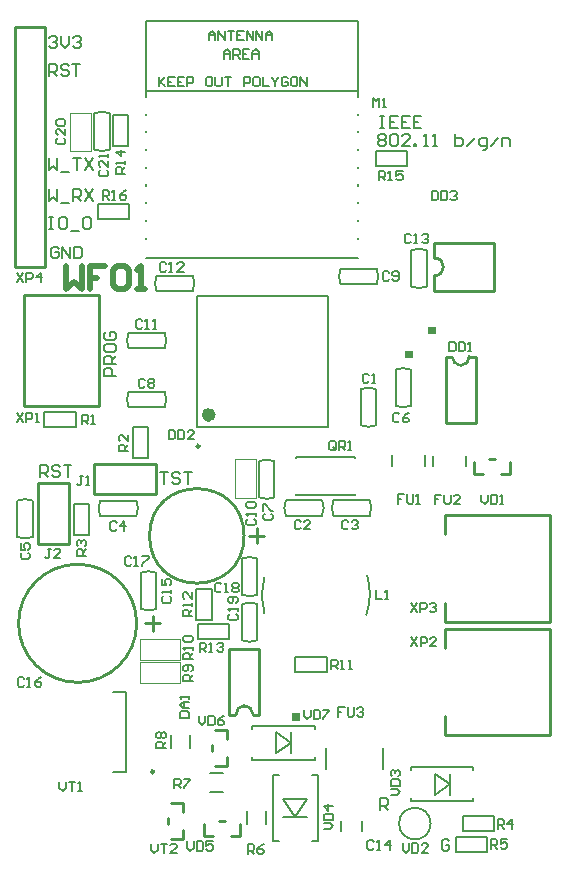
<source format=gto>
G04 Layer_Color=65535*
%FSLAX24Y24*%
%MOIN*%
G70*
G01*
G75*
%ADD10C,0.0079*%
%ADD37C,0.0236*%
%ADD39C,0.0197*%
%ADD43C,0.0098*%
%ADD56C,0.0070*%
%ADD57C,0.0100*%
%ADD58C,0.0071*%
%ADD59C,0.0039*%
%ADD60C,0.0050*%
%ADD61C,0.0067*%
G36*
X38673Y19953D02*
X38423D01*
Y20203D01*
X38673D01*
Y19953D01*
D02*
G37*
G36*
X42433Y32041D02*
X42183D01*
Y32291D01*
X42433D01*
Y32041D01*
D02*
G37*
G36*
X43205Y32833D02*
X42955D01*
Y33083D01*
X43205D01*
Y32833D01*
D02*
G37*
D10*
X43030Y16524D02*
G03*
X43030Y16524I-526J0D01*
G01*
X43110Y28435D02*
Y28789D01*
X44213Y28435D02*
Y28789D01*
X41752Y28445D02*
Y28799D01*
X42854Y28445D02*
Y28799D01*
X38533Y28701D02*
Y28740D01*
X40502D01*
Y28701D02*
Y28740D01*
X38533Y27480D02*
Y27520D01*
Y27480D02*
X40502D01*
Y27520D01*
X35236Y29754D02*
Y34124D01*
X39606Y29754D02*
Y34124D01*
X35236D02*
X39606D01*
X35236Y29754D02*
X39606D01*
X37077Y19783D02*
X39163D01*
X37077Y18642D02*
X39163D01*
Y19675D02*
Y19783D01*
Y18642D02*
Y18750D01*
X37077Y19675D02*
Y19783D01*
Y18642D02*
Y18750D01*
X34380Y19035D02*
Y19468D01*
X35010Y19035D02*
Y19468D01*
X35689Y17569D02*
X36122D01*
X35689Y18199D02*
X36122D01*
X39085Y15935D02*
X39272D01*
X37776D02*
X37963D01*
X39085Y18140D02*
X39272D01*
X37776D02*
X37963D01*
X39272Y15935D02*
Y18140D01*
X37776Y15935D02*
Y18140D01*
X37539Y16496D02*
Y16929D01*
X36909Y16496D02*
Y16929D01*
X32431Y20896D02*
X32864D01*
X32431Y18258D02*
X32864D01*
Y20896D01*
X39528Y18337D02*
Y19045D01*
X41457Y18337D02*
Y19045D01*
X42372Y18405D02*
X44459D01*
X42372Y17264D02*
X44459D01*
Y18297D02*
Y18405D01*
Y17264D02*
Y17372D01*
X42372Y18297D02*
Y18405D01*
Y17264D02*
Y17372D01*
X33536Y40931D02*
Y43264D01*
X40622D01*
Y40941D02*
Y43264D01*
Y40754D02*
Y40941D01*
X33536Y36020D02*
Y36059D01*
Y36611D02*
Y36650D01*
Y37201D02*
Y37241D01*
Y37792D02*
Y37831D01*
Y38382D02*
Y38422D01*
Y38973D02*
Y39012D01*
Y39563D02*
Y39603D01*
Y40154D02*
Y40193D01*
X40622Y36020D02*
Y36059D01*
Y36611D02*
Y36650D01*
Y37201D02*
Y37241D01*
Y37792D02*
Y37831D01*
Y38382D02*
Y38422D01*
Y38973D02*
Y39012D01*
Y39563D02*
Y39603D01*
Y40154D02*
Y40193D01*
X33536Y35390D02*
X40622D01*
X33536Y40941D02*
X40622D01*
X33536Y40744D02*
Y40941D01*
X40978Y31473D02*
X40925Y31525D01*
X40820D01*
X40768Y31473D01*
Y31263D01*
X40820Y31211D01*
X40925D01*
X40978Y31263D01*
X41083Y31211D02*
X41188D01*
X41135D01*
Y31525D01*
X41083Y31473D01*
X38704Y26591D02*
X38652Y26644D01*
X38547D01*
X38494Y26591D01*
Y26381D01*
X38547Y26329D01*
X38652D01*
X38704Y26381D01*
X39019Y26329D02*
X38809D01*
X39019Y26539D01*
Y26591D01*
X38966Y26644D01*
X38861D01*
X38809Y26591D01*
X40289D02*
X40236Y26644D01*
X40131D01*
X40079Y26591D01*
Y26381D01*
X40131Y26329D01*
X40236D01*
X40289Y26381D01*
X40394Y26591D02*
X40446Y26644D01*
X40551D01*
X40604Y26591D01*
Y26539D01*
X40551Y26486D01*
X40499D01*
X40551D01*
X40604Y26434D01*
Y26381D01*
X40551Y26329D01*
X40446D01*
X40394Y26381D01*
X32562Y26542D02*
X32510Y26594D01*
X32405D01*
X32352Y26542D01*
Y26332D01*
X32405Y26280D01*
X32510D01*
X32562Y26332D01*
X32825Y26280D02*
Y26594D01*
X32667Y26437D01*
X32877D01*
X29413Y25554D02*
X29360Y25502D01*
Y25397D01*
X29413Y25344D01*
X29623D01*
X29675Y25397D01*
Y25502D01*
X29623Y25554D01*
X29360Y25869D02*
Y25659D01*
X29518D01*
X29465Y25764D01*
Y25817D01*
X29518Y25869D01*
X29623D01*
X29675Y25817D01*
Y25712D01*
X29623Y25659D01*
X41991Y30164D02*
X41939Y30216D01*
X41834D01*
X41782Y30164D01*
Y29954D01*
X41834Y29902D01*
X41939D01*
X41991Y29954D01*
X42306Y30216D02*
X42201Y30164D01*
X42096Y30059D01*
Y29954D01*
X42149Y29902D01*
X42254D01*
X42306Y29954D01*
Y30007D01*
X42254Y30059D01*
X42096D01*
X37503Y26854D02*
X37451Y26801D01*
Y26696D01*
X37503Y26644D01*
X37713D01*
X37766Y26696D01*
Y26801D01*
X37713Y26854D01*
X37451Y26959D02*
Y27168D01*
X37503D01*
X37713Y26959D01*
X37766D01*
X33507Y31306D02*
X33455Y31358D01*
X33350D01*
X33297Y31306D01*
Y31096D01*
X33350Y31043D01*
X33455D01*
X33507Y31096D01*
X33612Y31306D02*
X33665Y31358D01*
X33770D01*
X33822Y31306D01*
Y31253D01*
X33770Y31201D01*
X33822Y31148D01*
Y31096D01*
X33770Y31043D01*
X33665D01*
X33612Y31096D01*
Y31148D01*
X33665Y31201D01*
X33612Y31253D01*
Y31306D01*
X33665Y31201D02*
X33770D01*
X41647Y34879D02*
X41594Y34931D01*
X41489D01*
X41437Y34879D01*
Y34669D01*
X41489Y34616D01*
X41594D01*
X41647Y34669D01*
X41752D02*
X41804Y34616D01*
X41909D01*
X41962Y34669D01*
Y34879D01*
X41909Y34931D01*
X41804D01*
X41752Y34879D01*
Y34826D01*
X41804Y34774D01*
X41962D01*
X36932Y26676D02*
X36880Y26624D01*
Y26519D01*
X36932Y26467D01*
X37142D01*
X37195Y26519D01*
Y26624D01*
X37142Y26676D01*
X37195Y26781D02*
Y26886D01*
Y26834D01*
X36880D01*
X36932Y26781D01*
Y27044D02*
X36880Y27096D01*
Y27201D01*
X36932Y27254D01*
X37142D01*
X37195Y27201D01*
Y27096D01*
X37142Y27044D01*
X36932D01*
X33419Y33284D02*
X33366Y33337D01*
X33261D01*
X33209Y33284D01*
Y33074D01*
X33261Y33022D01*
X33366D01*
X33419Y33074D01*
X33524Y33022D02*
X33628D01*
X33576D01*
Y33337D01*
X33524Y33284D01*
X33786Y33022D02*
X33891D01*
X33838D01*
Y33337D01*
X33786Y33284D01*
X34216Y35184D02*
X34163Y35236D01*
X34058D01*
X34006Y35184D01*
Y34974D01*
X34058Y34921D01*
X34163D01*
X34216Y34974D01*
X34321Y34921D02*
X34426D01*
X34373D01*
Y35236D01*
X34321Y35184D01*
X34793Y34921D02*
X34583D01*
X34793Y35131D01*
Y35184D01*
X34741Y35236D01*
X34636D01*
X34583Y35184D01*
X42375Y36129D02*
X42323Y36181D01*
X42218D01*
X42165Y36129D01*
Y35919D01*
X42218Y35866D01*
X42323D01*
X42375Y35919D01*
X42480Y35866D02*
X42585D01*
X42533D01*
Y36181D01*
X42480Y36129D01*
X42743D02*
X42795Y36181D01*
X42900D01*
X42952Y36129D01*
Y36076D01*
X42900Y36024D01*
X42848D01*
X42900D01*
X42952Y35971D01*
Y35919D01*
X42900Y35866D01*
X42795D01*
X42743Y35919D01*
X41135Y15912D02*
X41083Y15964D01*
X40978D01*
X40925Y15912D01*
Y15702D01*
X40978Y15650D01*
X41083D01*
X41135Y15702D01*
X41240Y15650D02*
X41345D01*
X41293D01*
Y15964D01*
X41240Y15912D01*
X41660Y15650D02*
Y15964D01*
X41502Y15807D01*
X41712D01*
X34118Y24098D02*
X34065Y24045D01*
Y23940D01*
X34118Y23888D01*
X34327D01*
X34380Y23940D01*
Y24045D01*
X34327Y24098D01*
X34380Y24203D02*
Y24308D01*
Y24255D01*
X34065D01*
X34118Y24203D01*
X34065Y24675D02*
Y24465D01*
X34222D01*
X34170Y24570D01*
Y24622D01*
X34222Y24675D01*
X34327D01*
X34380Y24622D01*
Y24518D01*
X34327Y24465D01*
X29482Y21355D02*
X29429Y21407D01*
X29324D01*
X29272Y21355D01*
Y21145D01*
X29324Y21093D01*
X29429D01*
X29482Y21145D01*
X29587Y21093D02*
X29691D01*
X29639D01*
Y21407D01*
X29587Y21355D01*
X30059Y21407D02*
X29954Y21355D01*
X29849Y21250D01*
Y21145D01*
X29901Y21093D01*
X30006D01*
X30059Y21145D01*
Y21197D01*
X30006Y21250D01*
X29849D01*
X33054Y25380D02*
X33002Y25433D01*
X32897D01*
X32844Y25380D01*
Y25171D01*
X32897Y25118D01*
X33002D01*
X33054Y25171D01*
X33159Y25118D02*
X33264D01*
X33212D01*
Y25433D01*
X33159Y25380D01*
X33422Y25433D02*
X33632D01*
Y25380D01*
X33422Y25171D01*
Y25118D01*
X36056Y24495D02*
X36004Y24547D01*
X35899D01*
X35846Y24495D01*
Y24285D01*
X35899Y24232D01*
X36004D01*
X36056Y24285D01*
X36161Y24232D02*
X36266D01*
X36214D01*
Y24547D01*
X36161Y24495D01*
X36424D02*
X36476Y24547D01*
X36581D01*
X36634Y24495D01*
Y24442D01*
X36581Y24390D01*
X36634Y24337D01*
Y24285D01*
X36581Y24232D01*
X36476D01*
X36424Y24285D01*
Y24337D01*
X36476Y24390D01*
X36424Y24442D01*
Y24495D01*
X36476Y24390D02*
X36581D01*
X36342Y23507D02*
X36289Y23455D01*
Y23350D01*
X36342Y23297D01*
X36552D01*
X36604Y23350D01*
Y23455D01*
X36552Y23507D01*
X36604Y23612D02*
Y23717D01*
Y23665D01*
X36289D01*
X36342Y23612D01*
X36552Y23874D02*
X36604Y23927D01*
Y24032D01*
X36552Y24084D01*
X36342D01*
X36289Y24032D01*
Y23927D01*
X36342Y23874D01*
X36394D01*
X36447Y23927D01*
Y24084D01*
X30594Y39373D02*
X30541Y39321D01*
Y39216D01*
X30594Y39163D01*
X30804D01*
X30856Y39216D01*
Y39321D01*
X30804Y39373D01*
X30856Y39688D02*
Y39478D01*
X30646Y39688D01*
X30594D01*
X30541Y39636D01*
Y39531D01*
X30594Y39478D01*
Y39793D02*
X30541Y39846D01*
Y39951D01*
X30594Y40003D01*
X30804D01*
X30856Y39951D01*
Y39846D01*
X30804Y39793D01*
X30594D01*
X32021Y38310D02*
X31969Y38258D01*
Y38153D01*
X32021Y38100D01*
X32231D01*
X32283Y38153D01*
Y38258D01*
X32231Y38310D01*
X32283Y38625D02*
Y38415D01*
X32074Y38625D01*
X32021D01*
X31969Y38573D01*
Y38468D01*
X32021Y38415D01*
X32283Y38730D02*
Y38835D01*
Y38783D01*
X31969D01*
X32021Y38730D01*
X34663Y20058D02*
X34978D01*
Y20215D01*
X34926Y20268D01*
X34716D01*
X34663Y20215D01*
Y20058D01*
X34978Y20373D02*
X34768D01*
X34663Y20478D01*
X34768Y20583D01*
X34978D01*
X34821D01*
Y20373D01*
X34978Y20687D02*
Y20792D01*
Y20740D01*
X34663D01*
X34716Y20687D01*
X34301Y29646D02*
Y29331D01*
X34459D01*
X34511Y29383D01*
Y29593D01*
X34459Y29646D01*
X34301D01*
X34616D02*
Y29331D01*
X34773D01*
X34826Y29383D01*
Y29593D01*
X34773Y29646D01*
X34616D01*
X35141Y29331D02*
X34931D01*
X35141Y29541D01*
Y29593D01*
X35088Y29646D01*
X34983D01*
X34931Y29593D01*
X43060Y37613D02*
Y37298D01*
X43217D01*
X43270Y37350D01*
Y37560D01*
X43217Y37613D01*
X43060D01*
X43375D02*
Y37298D01*
X43532D01*
X43584Y37350D01*
Y37560D01*
X43532Y37613D01*
X43375D01*
X43689Y37560D02*
X43742Y37613D01*
X43847D01*
X43899Y37560D01*
Y37508D01*
X43847Y37455D01*
X43794D01*
X43847D01*
X43899Y37403D01*
Y37350D01*
X43847Y37298D01*
X43742D01*
X43689Y37350D01*
X42139Y27500D02*
X41929D01*
Y27342D01*
X42034D01*
X41929D01*
Y27185D01*
X42244Y27500D02*
Y27238D01*
X42296Y27185D01*
X42401D01*
X42454Y27238D01*
Y27500D01*
X42559Y27185D02*
X42664D01*
X42611D01*
Y27500D01*
X42559Y27447D01*
X43379Y27490D02*
X43169D01*
Y27333D01*
X43274D01*
X43169D01*
Y27175D01*
X43484Y27490D02*
Y27228D01*
X43537Y27175D01*
X43642D01*
X43694Y27228D01*
Y27490D01*
X44009Y27175D02*
X43799D01*
X44009Y27385D01*
Y27438D01*
X43956Y27490D01*
X43851D01*
X43799Y27438D01*
X40161Y20403D02*
X39951D01*
Y20246D01*
X40056D01*
X39951D01*
Y20089D01*
X40266Y20403D02*
Y20141D01*
X40318Y20089D01*
X40423D01*
X40476Y20141D01*
Y20403D01*
X40581Y20351D02*
X40633Y20403D01*
X40738D01*
X40790Y20351D01*
Y20298D01*
X40738Y20246D01*
X40685D01*
X40738D01*
X40790Y20194D01*
Y20141D01*
X40738Y20089D01*
X40633D01*
X40581Y20141D01*
X31440Y28120D02*
X31335D01*
X31388D01*
Y27858D01*
X31335Y27805D01*
X31283D01*
X31230Y27858D01*
X31545Y27805D02*
X31650D01*
X31598D01*
Y28120D01*
X31545Y28068D01*
X30377Y25679D02*
X30272D01*
X30325D01*
Y25417D01*
X30272Y25364D01*
X30220D01*
X30167Y25417D01*
X30692Y25364D02*
X30482D01*
X30692Y25574D01*
Y25627D01*
X30640Y25679D01*
X30535D01*
X30482Y25627D01*
X41201Y24311D02*
Y23996D01*
X41411D01*
X41516D02*
X41621D01*
X41568D01*
Y24311D01*
X41516Y24258D01*
X41112Y40394D02*
Y40709D01*
X41217Y40604D01*
X41322Y40709D01*
Y40394D01*
X41427D02*
X41532D01*
X41480D01*
Y40709D01*
X41427Y40656D01*
X39865Y29019D02*
Y29229D01*
X39813Y29281D01*
X39708D01*
X39656Y29229D01*
Y29019D01*
X39708Y28967D01*
X39813D01*
X39760Y29071D02*
X39865Y28967D01*
X39813D02*
X39865Y29019D01*
X39970Y28967D02*
Y29281D01*
X40128D01*
X40180Y29229D01*
Y29124D01*
X40128Y29071D01*
X39970D01*
X40075D02*
X40180Y28967D01*
X40285D02*
X40390D01*
X40338D01*
Y29281D01*
X40285Y29229D01*
X31407Y29833D02*
Y30148D01*
X31565D01*
X31617Y30095D01*
Y29990D01*
X31565Y29938D01*
X31407D01*
X31512D02*
X31617Y29833D01*
X31722D02*
X31827D01*
X31775D01*
Y30148D01*
X31722Y30095D01*
X32943Y28947D02*
X32628D01*
Y29104D01*
X32681Y29157D01*
X32785D01*
X32838Y29104D01*
Y28947D01*
Y29052D02*
X32943Y29157D01*
Y29472D02*
Y29262D01*
X32733Y29472D01*
X32681D01*
X32628Y29419D01*
Y29314D01*
X32681Y29262D01*
X31545Y25453D02*
X31230D01*
Y25610D01*
X31283Y25663D01*
X31388D01*
X31440Y25610D01*
Y25453D01*
Y25558D02*
X31545Y25663D01*
X31283Y25768D02*
X31230Y25820D01*
Y25925D01*
X31283Y25978D01*
X31335D01*
X31388Y25925D01*
Y25873D01*
Y25925D01*
X31440Y25978D01*
X31493D01*
X31545Y25925D01*
Y25820D01*
X31493Y25768D01*
X45266Y16358D02*
Y16673D01*
X45423D01*
X45476Y16621D01*
Y16516D01*
X45423Y16463D01*
X45266D01*
X45371D02*
X45476Y16358D01*
X45738D02*
Y16673D01*
X45581Y16516D01*
X45791D01*
X45049Y15689D02*
Y16004D01*
X45207D01*
X45259Y15951D01*
Y15846D01*
X45207Y15794D01*
X45049D01*
X45154D02*
X45259Y15689D01*
X45574Y16004D02*
X45364D01*
Y15846D01*
X45469Y15899D01*
X45521D01*
X45574Y15846D01*
Y15741D01*
X45521Y15689D01*
X45417D01*
X45364Y15741D01*
X36939Y15512D02*
Y15827D01*
X37096D01*
X37149Y15774D01*
Y15669D01*
X37096Y15617D01*
X36939D01*
X37044D02*
X37149Y15512D01*
X37464Y15827D02*
X37359Y15774D01*
X37254Y15669D01*
Y15564D01*
X37306Y15512D01*
X37411D01*
X37464Y15564D01*
Y15617D01*
X37411Y15669D01*
X37254D01*
X34488Y17707D02*
Y18022D01*
X34646D01*
X34698Y17969D01*
Y17864D01*
X34646Y17812D01*
X34488D01*
X34593D02*
X34698Y17707D01*
X34803Y18022D02*
X35013D01*
Y17969D01*
X34803Y17759D01*
Y17707D01*
X34203Y19045D02*
X33888D01*
Y19203D01*
X33940Y19255D01*
X34045D01*
X34098Y19203D01*
Y19045D01*
Y19150D02*
X34203Y19255D01*
X33940Y19360D02*
X33888Y19413D01*
Y19518D01*
X33940Y19570D01*
X33993D01*
X34045Y19518D01*
X34098Y19570D01*
X34150D01*
X34203Y19518D01*
Y19413D01*
X34150Y19360D01*
X34098D01*
X34045Y19413D01*
X33993Y19360D01*
X33940D01*
X34045Y19413D02*
Y19518D01*
X35098Y21280D02*
X34784D01*
Y21437D01*
X34836Y21489D01*
X34941D01*
X34993Y21437D01*
Y21280D01*
Y21384D02*
X35098Y21489D01*
X35046Y21594D02*
X35098Y21647D01*
Y21752D01*
X35046Y21804D01*
X34836D01*
X34784Y21752D01*
Y21647D01*
X34836Y21594D01*
X34889D01*
X34941Y21647D01*
Y21804D01*
X35098Y21998D02*
X34784D01*
Y22155D01*
X34836Y22208D01*
X34941D01*
X34993Y22155D01*
Y21998D01*
Y22103D02*
X35098Y22208D01*
Y22313D02*
Y22418D01*
Y22365D01*
X34784D01*
X34836Y22313D01*
Y22575D02*
X34784Y22628D01*
Y22733D01*
X34836Y22785D01*
X35046D01*
X35098Y22733D01*
Y22628D01*
X35046Y22575D01*
X34836D01*
X39724Y21673D02*
Y21988D01*
X39882D01*
X39934Y21936D01*
Y21831D01*
X39882Y21778D01*
X39724D01*
X39829D02*
X39934Y21673D01*
X40039D02*
X40144D01*
X40092D01*
Y21988D01*
X40039Y21936D01*
X40302Y21673D02*
X40407D01*
X40354D01*
Y21988D01*
X40302Y21936D01*
X35079Y23445D02*
X34764D01*
Y23602D01*
X34816Y23655D01*
X34921D01*
X34974Y23602D01*
Y23445D01*
Y23550D02*
X35079Y23655D01*
Y23760D02*
Y23865D01*
Y23812D01*
X34764D01*
X34816Y23760D01*
X35079Y24232D02*
Y24022D01*
X34869Y24232D01*
X34816D01*
X34764Y24180D01*
Y24075D01*
X34816Y24022D01*
X35335Y22244D02*
Y22559D01*
X35492D01*
X35545Y22506D01*
Y22402D01*
X35492Y22349D01*
X35335D01*
X35440D02*
X35545Y22244D01*
X35650D02*
X35754D01*
X35702D01*
Y22559D01*
X35650Y22506D01*
X35912D02*
X35964Y22559D01*
X36069D01*
X36122Y22506D01*
Y22454D01*
X36069Y22402D01*
X36017D01*
X36069D01*
X36122Y22349D01*
Y22297D01*
X36069Y22244D01*
X35964D01*
X35912Y22297D01*
X32854Y38189D02*
X32539D01*
Y38346D01*
X32592Y38399D01*
X32697D01*
X32749Y38346D01*
Y38189D01*
Y38294D02*
X32854Y38399D01*
Y38504D02*
Y38609D01*
Y38556D01*
X32539D01*
X32592Y38504D01*
X32854Y38924D02*
X32539D01*
X32697Y38766D01*
Y38976D01*
X41309Y37963D02*
Y38277D01*
X41466D01*
X41519Y38225D01*
Y38120D01*
X41466Y38068D01*
X41309D01*
X41414D02*
X41519Y37963D01*
X41624D02*
X41729D01*
X41676D01*
Y38277D01*
X41624Y38225D01*
X42096Y38277D02*
X41886D01*
Y38120D01*
X41991Y38173D01*
X42044D01*
X42096Y38120D01*
Y38015D01*
X42044Y37963D01*
X41939D01*
X41886Y38015D01*
X32096Y37323D02*
Y37638D01*
X32254D01*
X32306Y37585D01*
Y37480D01*
X32254Y37428D01*
X32096D01*
X32201D02*
X32306Y37323D01*
X32411D02*
X32516D01*
X32464D01*
Y37638D01*
X32411Y37585D01*
X32884Y37638D02*
X32779Y37585D01*
X32674Y37480D01*
Y37375D01*
X32726Y37323D01*
X32831D01*
X32884Y37375D01*
Y37428D01*
X32831Y37480D01*
X32674D01*
X44724Y27490D02*
Y27280D01*
X44829Y27175D01*
X44934Y27280D01*
Y27490D01*
X45039D02*
Y27175D01*
X45197D01*
X45249Y27228D01*
Y27438D01*
X45197Y27490D01*
X45039D01*
X45354Y27175D02*
X45459D01*
X45407D01*
Y27490D01*
X45354Y27438D01*
X42100Y15865D02*
Y15655D01*
X42205Y15550D01*
X42310Y15655D01*
Y15865D01*
X42415D02*
Y15550D01*
X42572D01*
X42625Y15602D01*
Y15812D01*
X42572Y15865D01*
X42415D01*
X42940Y15550D02*
X42730D01*
X42940Y15760D01*
Y15812D01*
X42887Y15865D01*
X42782D01*
X42730Y15812D01*
X41693Y17470D02*
X41903D01*
X42008Y17575D01*
X41903Y17680D01*
X41693D01*
Y17785D02*
X42008D01*
Y17943D01*
X41955Y17995D01*
X41745D01*
X41693Y17943D01*
Y17785D01*
X41745Y18100D02*
X41693Y18153D01*
Y18258D01*
X41745Y18310D01*
X41798D01*
X41850Y18258D01*
Y18205D01*
Y18258D01*
X41903Y18310D01*
X41955D01*
X42008Y18258D01*
Y18153D01*
X41955Y18100D01*
X39469Y16329D02*
X39679D01*
X39783Y16434D01*
X39679Y16539D01*
X39469D01*
Y16644D02*
X39783D01*
Y16801D01*
X39731Y16854D01*
X39521D01*
X39469Y16801D01*
Y16644D01*
X39783Y17116D02*
X39469D01*
X39626Y16958D01*
Y17168D01*
X34921Y15935D02*
Y15725D01*
X35026Y15620D01*
X35131Y15725D01*
Y15935D01*
X35236D02*
Y15620D01*
X35394D01*
X35446Y15673D01*
Y15882D01*
X35394Y15935D01*
X35236D01*
X35761D02*
X35551D01*
Y15778D01*
X35656Y15830D01*
X35708D01*
X35761Y15778D01*
Y15673D01*
X35708Y15620D01*
X35603D01*
X35551Y15673D01*
X35305Y20118D02*
Y19908D01*
X35410Y19803D01*
X35515Y19908D01*
Y20118D01*
X35620D02*
Y19803D01*
X35777D01*
X35830Y19856D01*
Y20066D01*
X35777Y20118D01*
X35620D01*
X36145D02*
X36040Y20066D01*
X35935Y19961D01*
Y19856D01*
X35987Y19803D01*
X36092D01*
X36145Y19856D01*
Y19908D01*
X36092Y19961D01*
X35935D01*
X38819Y20315D02*
Y20105D01*
X38924Y20000D01*
X39029Y20105D01*
Y20315D01*
X39134D02*
Y20000D01*
X39291D01*
X39344Y20052D01*
Y20262D01*
X39291Y20315D01*
X39134D01*
X39449D02*
X39659D01*
Y20262D01*
X39449Y20052D01*
Y20000D01*
X30659Y17913D02*
Y17703D01*
X30764Y17598D01*
X30869Y17703D01*
Y17913D01*
X30974D02*
X31184D01*
X31079D01*
Y17598D01*
X31289D02*
X31394D01*
X31342D01*
Y17913D01*
X31289Y17861D01*
X33720Y15855D02*
Y15645D01*
X33825Y15540D01*
X33930Y15645D01*
Y15855D01*
X34035D02*
X34245D01*
X34140D01*
Y15540D01*
X34560D02*
X34350D01*
X34560Y15750D01*
Y15802D01*
X34508Y15855D01*
X34403D01*
X34350Y15802D01*
X29232Y30216D02*
X29442Y29902D01*
Y30216D02*
X29232Y29902D01*
X29547D02*
Y30216D01*
X29705D01*
X29757Y30164D01*
Y30059D01*
X29705Y30007D01*
X29547D01*
X29862Y29902D02*
X29967D01*
X29914D01*
Y30216D01*
X29862Y30164D01*
X42382Y22746D02*
X42592Y22431D01*
Y22746D02*
X42382Y22431D01*
X42697D02*
Y22746D01*
X42854D01*
X42907Y22693D01*
Y22589D01*
X42854Y22536D01*
X42697D01*
X43222Y22431D02*
X43012D01*
X43222Y22641D01*
Y22693D01*
X43169Y22746D01*
X43064D01*
X43012Y22693D01*
X42372Y23888D02*
X42582Y23573D01*
Y23888D02*
X42372Y23573D01*
X42687D02*
Y23888D01*
X42844D01*
X42897Y23835D01*
Y23730D01*
X42844Y23678D01*
X42687D01*
X43002Y23835D02*
X43054Y23888D01*
X43159D01*
X43212Y23835D01*
Y23783D01*
X43159Y23730D01*
X43107D01*
X43159D01*
X43212Y23678D01*
Y23625D01*
X43159Y23573D01*
X43054D01*
X43002Y23625D01*
X29242Y34892D02*
X29452Y34577D01*
Y34892D02*
X29242Y34577D01*
X29557D02*
Y34892D01*
X29714D01*
X29767Y34839D01*
Y34734D01*
X29714Y34682D01*
X29557D01*
X30029Y34577D02*
Y34892D01*
X29872Y34734D01*
X30082D01*
X43652Y32579D02*
Y32264D01*
X43809D01*
X43861Y32316D01*
Y32526D01*
X43809Y32579D01*
X43652D01*
X43966D02*
Y32264D01*
X44124D01*
X44176Y32316D01*
Y32526D01*
X44124Y32579D01*
X43966D01*
X44281Y32264D02*
X44386D01*
X44334D01*
Y32579D01*
X44281Y32526D01*
X35642Y42644D02*
Y42854D01*
X35747Y42959D01*
X35852Y42854D01*
Y42644D01*
Y42802D01*
X35642D01*
X35957Y42644D02*
Y42959D01*
X36167Y42644D01*
Y42959D01*
X36272D02*
X36482D01*
X36377D01*
Y42644D01*
X36797Y42959D02*
X36587D01*
Y42644D01*
X36797D01*
X36587Y42802D02*
X36692D01*
X36902Y42644D02*
Y42959D01*
X37111Y42644D01*
Y42959D01*
X37216Y42644D02*
Y42959D01*
X37426Y42644D01*
Y42959D01*
X37531Y42644D02*
Y42854D01*
X37636Y42959D01*
X37741Y42854D01*
Y42644D01*
Y42802D01*
X37531D01*
X36144Y42024D02*
Y42234D01*
X36249Y42339D01*
X36354Y42234D01*
Y42024D01*
Y42181D01*
X36144D01*
X36459Y42024D02*
Y42339D01*
X36616D01*
X36669Y42286D01*
Y42181D01*
X36616Y42129D01*
X36459D01*
X36564D02*
X36669Y42024D01*
X36984Y42339D02*
X36774D01*
Y42024D01*
X36984D01*
X36774Y42181D02*
X36879D01*
X37089Y42024D02*
Y42234D01*
X37194Y42339D01*
X37299Y42234D01*
Y42024D01*
Y42181D01*
X37089D01*
X33969Y41414D02*
Y41099D01*
Y41204D01*
X34179Y41414D01*
X34021Y41256D01*
X34179Y41099D01*
X34494Y41414D02*
X34284D01*
Y41099D01*
X34494D01*
X34284Y41256D02*
X34389D01*
X34809Y41414D02*
X34599D01*
Y41099D01*
X34809D01*
X34599Y41256D02*
X34704D01*
X34913Y41099D02*
Y41414D01*
X35071D01*
X35123Y41361D01*
Y41256D01*
X35071Y41204D01*
X34913D01*
X35701Y41414D02*
X35596D01*
X35543Y41361D01*
Y41151D01*
X35596Y41099D01*
X35701D01*
X35753Y41151D01*
Y41361D01*
X35701Y41414D01*
X35858D02*
Y41151D01*
X35911Y41099D01*
X36015D01*
X36068Y41151D01*
Y41414D01*
X36173D02*
X36383D01*
X36278D01*
Y41099D01*
X36803D02*
Y41414D01*
X36960D01*
X37013Y41361D01*
Y41256D01*
X36960Y41204D01*
X36803D01*
X37275Y41414D02*
X37170D01*
X37117Y41361D01*
Y41151D01*
X37170Y41099D01*
X37275D01*
X37327Y41151D01*
Y41361D01*
X37275Y41414D01*
X37432D02*
Y41099D01*
X37642D01*
X37747Y41414D02*
Y41361D01*
X37852Y41256D01*
X37957Y41361D01*
Y41414D01*
X37852Y41256D02*
Y41099D01*
X38272Y41361D02*
X38219Y41414D01*
X38115D01*
X38062Y41361D01*
Y41151D01*
X38115Y41099D01*
X38219D01*
X38272Y41151D01*
Y41256D01*
X38167D01*
X38534Y41414D02*
X38429D01*
X38377Y41361D01*
Y41151D01*
X38429Y41099D01*
X38534D01*
X38587Y41151D01*
Y41361D01*
X38534Y41414D01*
X38692Y41099D02*
Y41414D01*
X38902Y41099D01*
Y41414D01*
X30010Y28081D02*
Y28474D01*
X30207D01*
X30272Y28409D01*
Y28277D01*
X30207Y28212D01*
X30010D01*
X30141D02*
X30272Y28081D01*
X30666Y28409D02*
X30600Y28474D01*
X30469D01*
X30403Y28409D01*
Y28343D01*
X30469Y28277D01*
X30600D01*
X30666Y28212D01*
Y28146D01*
X30600Y28081D01*
X30469D01*
X30403Y28146D01*
X30797Y28474D02*
X31059D01*
X30928D01*
Y28081D01*
X34026Y28248D02*
X34288D01*
X34157D01*
Y27854D01*
X34682Y28182D02*
X34616Y28248D01*
X34485D01*
X34419Y28182D01*
Y28117D01*
X34485Y28051D01*
X34616D01*
X34682Y27986D01*
Y27920D01*
X34616Y27854D01*
X34485D01*
X34419Y27920D01*
X34813Y28248D02*
X35075D01*
X34944D01*
Y27854D01*
X32549Y31457D02*
X32156D01*
Y31653D01*
X32221Y31719D01*
X32352D01*
X32418Y31653D01*
Y31457D01*
X32549Y31850D02*
X32156D01*
Y32047D01*
X32221Y32113D01*
X32352D01*
X32418Y32047D01*
Y31850D01*
Y31981D02*
X32549Y32113D01*
X32156Y32441D02*
Y32309D01*
X32221Y32244D01*
X32484D01*
X32549Y32309D01*
Y32441D01*
X32484Y32506D01*
X32221D01*
X32156Y32441D01*
X32221Y32900D02*
X32156Y32834D01*
Y32703D01*
X32221Y32637D01*
X32484D01*
X32549Y32703D01*
Y32834D01*
X32484Y32900D01*
X32352D01*
Y32769D01*
X30627Y35692D02*
X30561Y35758D01*
X30430D01*
X30364Y35692D01*
Y35430D01*
X30430Y35364D01*
X30561D01*
X30627Y35430D01*
Y35561D01*
X30495D01*
X30758Y35364D02*
Y35758D01*
X31020Y35364D01*
Y35758D01*
X31151D02*
Y35364D01*
X31348D01*
X31414Y35430D01*
Y35692D01*
X31348Y35758D01*
X31151D01*
X30325Y36752D02*
X30456D01*
X30390D01*
Y36358D01*
X30325D01*
X30456D01*
X30850Y36752D02*
X30718D01*
X30653Y36686D01*
Y36424D01*
X30718Y36358D01*
X30850D01*
X30915Y36424D01*
Y36686D01*
X30850Y36752D01*
X31046Y36293D02*
X31309D01*
X31440Y36686D02*
X31506Y36752D01*
X31637D01*
X31702Y36686D01*
Y36424D01*
X31637Y36358D01*
X31506D01*
X31440Y36424D01*
Y36686D01*
X30325Y37677D02*
Y37283D01*
X30456Y37415D01*
X30587Y37283D01*
Y37677D01*
X30718Y37218D02*
X30981D01*
X31112Y37283D02*
Y37677D01*
X31309D01*
X31374Y37611D01*
Y37480D01*
X31309Y37415D01*
X31112D01*
X31243D02*
X31374Y37283D01*
X31506Y37677D02*
X31768Y37283D01*
Y37677D02*
X31506Y37283D01*
X30325Y38701D02*
Y38307D01*
X30456Y38438D01*
X30587Y38307D01*
Y38701D01*
X30718Y38241D02*
X30981D01*
X31112Y38701D02*
X31374D01*
X31243D01*
Y38307D01*
X31506Y38701D02*
X31768Y38307D01*
Y38701D02*
X31506Y38307D01*
X30305Y41437D02*
Y41831D01*
X30502D01*
X30568Y41765D01*
Y41634D01*
X30502Y41568D01*
X30305D01*
X30436D02*
X30568Y41437D01*
X30961Y41765D02*
X30895Y41831D01*
X30764D01*
X30699Y41765D01*
Y41699D01*
X30764Y41634D01*
X30895D01*
X30961Y41568D01*
Y41503D01*
X30895Y41437D01*
X30764D01*
X30699Y41503D01*
X31092Y41831D02*
X31355D01*
X31223D01*
Y41437D01*
X30315Y42710D02*
X30381Y42775D01*
X30512D01*
X30577Y42710D01*
Y42644D01*
X30512Y42579D01*
X30446D01*
X30512D01*
X30577Y42513D01*
Y42447D01*
X30512Y42382D01*
X30381D01*
X30315Y42447D01*
X30709Y42775D02*
Y42513D01*
X30840Y42382D01*
X30971Y42513D01*
Y42775D01*
X31102Y42710D02*
X31168Y42775D01*
X31299D01*
X31364Y42710D01*
Y42644D01*
X31299Y42579D01*
X31233D01*
X31299D01*
X31364Y42513D01*
Y42447D01*
X31299Y42382D01*
X31168D01*
X31102Y42447D01*
X41289Y39432D02*
X41355Y39498D01*
X41486D01*
X41552Y39432D01*
Y39367D01*
X41486Y39301D01*
X41552Y39236D01*
Y39170D01*
X41486Y39104D01*
X41355D01*
X41289Y39170D01*
Y39236D01*
X41355Y39301D01*
X41289Y39367D01*
Y39432D01*
X41355Y39301D02*
X41486D01*
X41683Y39432D02*
X41749Y39498D01*
X41880D01*
X41945Y39432D01*
Y39170D01*
X41880Y39104D01*
X41749D01*
X41683Y39170D01*
Y39432D01*
X42339Y39104D02*
X42077D01*
X42339Y39367D01*
Y39432D01*
X42273Y39498D01*
X42142D01*
X42077Y39432D01*
X42470Y39104D02*
Y39170D01*
X42536D01*
Y39104D01*
X42470D01*
X42798D02*
X42929D01*
X42864D01*
Y39498D01*
X42798Y39432D01*
X43126Y39104D02*
X43257D01*
X43192D01*
Y39498D01*
X43126Y39432D01*
X43848Y39498D02*
Y39104D01*
X44044D01*
X44110Y39170D01*
Y39236D01*
Y39301D01*
X44044Y39367D01*
X43848D01*
X44241Y39104D02*
X44504Y39367D01*
X44766Y38973D02*
X44832D01*
X44897Y39039D01*
Y39367D01*
X44700D01*
X44635Y39301D01*
Y39170D01*
X44700Y39104D01*
X44897D01*
X45028D02*
X45291Y39367D01*
X45422Y39104D02*
Y39367D01*
X45619D01*
X45684Y39301D01*
Y39104D01*
X41348Y40098D02*
X41480D01*
X41414D01*
Y39705D01*
X41348D01*
X41480D01*
X41939Y40098D02*
X41676D01*
Y39705D01*
X41939D01*
X41676Y39902D02*
X41808D01*
X42332Y40098D02*
X42070D01*
Y39705D01*
X42332D01*
X42070Y39902D02*
X42201D01*
X42726Y40098D02*
X42464D01*
Y39705D01*
X42726D01*
X42464Y39902D02*
X42595D01*
X41348Y16968D02*
Y17362D01*
X41545D01*
X41611Y17296D01*
Y17165D01*
X41545Y17100D01*
X41348D01*
X41480D02*
X41611Y16968D01*
X43658Y15948D02*
X43592Y16014D01*
X43461D01*
X43396Y15948D01*
Y15686D01*
X43461Y15620D01*
X43592D01*
X43658Y15686D01*
Y15817D01*
X43527D01*
D37*
X35748Y30148D02*
G03*
X35748Y30148I-118J0D01*
G01*
D39*
X30876Y35118D02*
Y34331D01*
X31138Y34593D01*
X31401Y34331D01*
Y35118D01*
X32188D02*
X31663D01*
Y34724D01*
X31926D01*
X31663D01*
Y34331D01*
X32450Y34987D02*
X32581Y35118D01*
X32844D01*
X32975Y34987D01*
Y34462D01*
X32844Y34331D01*
X32581D01*
X32450Y34462D01*
Y34987D01*
X33237Y34331D02*
X33500D01*
X33369D01*
Y35118D01*
X33237Y34987D01*
D43*
X35325Y29104D02*
G03*
X35325Y29104I-49J0D01*
G01*
X33809Y18258D02*
G03*
X33809Y18258I-49J0D01*
G01*
D56*
X40700Y29799D02*
G03*
X41210Y29800I255J609D01*
G01*
Y31007D02*
G03*
X40700Y31007I-256J-608D01*
G01*
X42902Y35634D02*
G03*
X42392Y35633I-255J-609D01*
G01*
Y34426D02*
G03*
X42902Y34426I256J608D01*
G01*
X41861Y30449D02*
G03*
X42372Y30449I255J609D01*
G01*
Y31656D02*
G03*
X41861Y31657I-256J-608D01*
G01*
X37824Y28606D02*
G03*
X37313Y28606I-255J-609D01*
G01*
Y27399D02*
G03*
X37824Y27398I256J608D01*
G01*
X34167Y30405D02*
G03*
X34167Y30915I-609J255D01*
G01*
X32960D02*
G03*
X32959Y30405I608J-256D01*
G01*
X40026Y35018D02*
G03*
X40026Y34508I609J-255D01*
G01*
X41233D02*
G03*
X41233Y35018I-608J256D01*
G01*
X34167Y32373D02*
G03*
X34167Y32884I-609J255D01*
G01*
X32960D02*
G03*
X32959Y32373I608J-256D01*
G01*
X35102Y34283D02*
G03*
X35102Y34793I-609J255D01*
G01*
X33895D02*
G03*
X33895Y34283I608J-256D01*
G01*
X29253Y26079D02*
G03*
X29764Y26079I255J609D01*
G01*
Y27286D02*
G03*
X29253Y27287I-256J-608D01*
G01*
X33222Y26783D02*
G03*
X33222Y27293I-609J255D01*
G01*
X32015D02*
G03*
X32015Y26783I608J-256D01*
G01*
X38205Y27302D02*
G03*
X38205Y26791I609J-255D01*
G01*
X39412D02*
G03*
X39413Y27302I-608J256D01*
G01*
X40998Y26793D02*
G03*
X40997Y27303I-609J255D01*
G01*
X39791D02*
G03*
X39790Y26793I608J-256D01*
G01*
X37253Y25358D02*
G03*
X36742Y25358I-255J-609D01*
G01*
Y24151D02*
G03*
X37253Y24150I256J608D01*
G01*
X36743Y22634D02*
G03*
X37254Y22634I255J609D01*
G01*
Y23841D02*
G03*
X36743Y23842I-256J-608D01*
G01*
X33377Y23677D02*
G03*
X33888Y23678I255J609D01*
G01*
Y24885D02*
G03*
X33377Y24885I-256J-608D01*
G01*
X32331Y40201D02*
G03*
X31821Y40200I-255J-609D01*
G01*
Y38993D02*
G03*
X32331Y38993I256J608D01*
G01*
X41211Y29803D02*
Y31004D01*
X40700Y29803D02*
Y31003D01*
X30157Y29734D02*
X31201D01*
X30157Y30246D02*
X31201D01*
X30157Y29734D02*
Y30246D01*
X31201Y29734D02*
Y30246D01*
X42392Y34429D02*
Y35630D01*
X42903Y34430D02*
Y35630D01*
X42372Y30453D02*
Y31654D01*
X41861Y30453D02*
Y31653D01*
X37313Y27402D02*
Y28602D01*
X37824Y27402D02*
Y28602D01*
X32963Y30915D02*
X34163D01*
X32963Y30404D02*
X34163D01*
X40030Y34508D02*
X41230D01*
X40030Y35019D02*
X41230D01*
X32963Y32884D02*
X34163D01*
X32963Y32373D02*
X34163D01*
X33898Y34793D02*
X35098D01*
X33898Y34282D02*
X35098D01*
X44104Y16270D02*
X45148D01*
X44104Y16782D02*
X45148D01*
X44104Y16270D02*
Y16782D01*
X45148Y16270D02*
Y16782D01*
X43868Y16093D02*
X44911D01*
X43868Y15581D02*
X44911D01*
Y16093D01*
X43868Y15581D02*
Y16093D01*
X29764Y26083D02*
Y27283D01*
X29253Y26083D02*
Y27283D01*
X31654Y26132D02*
Y27175D01*
X31142Y26132D02*
Y27175D01*
Y26132D02*
X31654D01*
X31142Y27175D02*
X31654D01*
X32018Y27293D02*
X33219D01*
X32018Y26782D02*
X33218D01*
X33100Y28711D02*
Y29754D01*
X33612Y28711D02*
Y29754D01*
X33100D02*
X33612D01*
X33100Y28711D02*
X33612D01*
X38209Y26791D02*
X39409D01*
X38209Y27302D02*
X39409D01*
X39793Y27303D02*
X40994D01*
X39794Y26792D02*
X40994D01*
X35738Y23297D02*
Y24341D01*
X35226Y23297D02*
Y24341D01*
Y23297D02*
X35738D01*
X35226Y24341D02*
X35738D01*
X35266Y22677D02*
X36309D01*
X35266Y23189D02*
X36309D01*
X35266Y22677D02*
Y23189D01*
X36309Y22677D02*
Y23189D01*
X36742Y24154D02*
Y25354D01*
X37253Y24154D02*
Y25354D01*
X37254Y22638D02*
Y23839D01*
X36743Y22638D02*
Y23838D01*
X33888Y23681D02*
Y24882D01*
X33377Y23681D02*
Y24881D01*
X38524Y21575D02*
X39567D01*
X38524Y22087D02*
X39567D01*
X38524Y21575D02*
Y22087D01*
X39567Y21575D02*
Y22087D01*
X31949Y37175D02*
X32992D01*
X31949Y36663D02*
X32992D01*
Y37175D01*
X31949Y36663D02*
Y37175D01*
X31821Y38996D02*
Y40197D01*
X32332Y38997D02*
Y40197D01*
X41211Y38947D02*
X42254D01*
X41211Y38435D02*
X42254D01*
Y38947D01*
X41211Y38435D02*
Y38947D01*
X32441Y39104D02*
Y40148D01*
X32953Y39104D02*
Y40148D01*
X32441D02*
X32953D01*
X32441Y39104D02*
X32953D01*
D57*
X43155Y34783D02*
G03*
X43155Y35383I0J300D01*
G01*
X36811Y26112D02*
G03*
X36811Y26112I-1575J0D01*
G01*
X33232Y23199D02*
G03*
X33232Y23199I-1969J0D01*
G01*
X37104Y20173D02*
G03*
X36546Y20154I-280J0D01*
G01*
X43752Y32071D02*
G03*
X44310Y32090I280J0D01*
G01*
X45372Y28163D02*
X45672D01*
X44472D02*
Y28563D01*
Y28163D02*
X44772D01*
X44972Y28663D02*
X45172D01*
X45672Y28163D02*
Y28563D01*
X30175Y35069D02*
Y43069D01*
X29175Y35069D02*
Y43069D01*
X30175D01*
X29175Y35069D02*
X30175D01*
X47020Y23256D02*
Y26800D01*
X43516Y23256D02*
Y23886D01*
Y26170D02*
Y26800D01*
Y23256D02*
X47020D01*
X43516Y26800D02*
X47020D01*
X29951Y25837D02*
Y27884D01*
X30974Y25837D02*
Y27884D01*
X29951D02*
X30974D01*
X29951Y25837D02*
X30974D01*
X47020Y19477D02*
Y23020D01*
X43516Y19477D02*
Y20107D01*
Y22390D02*
Y23020D01*
Y19477D02*
X47020D01*
X43516Y23020D02*
X47020D01*
X31821Y27500D02*
X33868D01*
X31821Y28524D02*
X33868D01*
X31821Y27500D02*
Y28524D01*
X33868Y27500D02*
Y28524D01*
X29470Y30430D02*
X29472Y32571D01*
X29470Y30430D02*
X31970D01*
X29470Y34130D02*
X31970D01*
X31992Y30445D02*
Y34106D01*
X29470Y32530D02*
X29472Y34106D01*
X43155Y35383D02*
Y35883D01*
Y34283D02*
X45155D01*
X43155Y35883D02*
X45155D01*
Y34283D02*
Y35883D01*
X43155Y34283D02*
Y34783D01*
X36986Y26112D02*
X37486D01*
X37236Y25862D02*
Y26362D01*
X33764Y22949D02*
Y23449D01*
X33514Y23199D02*
X34014D01*
X36323Y20153D02*
Y22353D01*
X37323Y20153D02*
Y22353D01*
X36323D02*
X37323D01*
X36323Y20153D02*
X36523D01*
X37123D02*
X37323D01*
X36227Y19339D02*
Y19639D01*
X35827Y18439D02*
X36227D01*
Y18739D01*
X35727Y18939D02*
Y19139D01*
X35827Y19639D02*
X36227D01*
X34780Y16908D02*
Y17208D01*
X34380Y16008D02*
X34780D01*
Y16308D01*
X34280Y16508D02*
Y16708D01*
X34380Y17208D02*
X34780D01*
X36367Y16096D02*
X36667D01*
X35467D02*
Y16496D01*
Y16096D02*
X35767D01*
X35967Y16596D02*
X36167D01*
X36667Y16096D02*
Y16496D01*
X44533Y29891D02*
Y32091D01*
X43533Y29891D02*
Y32091D01*
Y29891D02*
X44533D01*
X44333Y32091D02*
X44533D01*
X43533D02*
X43733D01*
D58*
X40887Y23487D02*
G03*
X40917Y24787I-2035J697D01*
G01*
X37484Y24723D02*
G03*
X37489Y23530I2068J-589D01*
G01*
D59*
X36496Y27362D02*
X37205D01*
X36496Y28661D02*
X37205D01*
X36496Y27362D02*
Y28661D01*
X37205Y27362D02*
Y28661D01*
X34663Y21972D02*
Y22673D01*
X33348Y21972D02*
Y22673D01*
X34663D01*
X33348Y21972D02*
X34663D01*
Y21205D02*
Y21906D01*
X33348Y21205D02*
Y21906D01*
X34663D01*
X33348Y21205D02*
X34663D01*
X31014Y38927D02*
X31722D01*
X31014Y40226D02*
X31722D01*
X31014Y38927D02*
Y40226D01*
X31722Y38927D02*
Y40226D01*
D60*
X37870Y19563D02*
X38370Y19213D01*
X37870Y18863D02*
X38370Y19213D01*
Y18863D02*
Y19563D01*
X37870Y18863D02*
Y19563D01*
X38124Y16737D02*
X38924D01*
X38124Y17337D02*
X38924D01*
X38124D02*
X38524Y16737D01*
X38924Y17337D01*
X43165Y18185D02*
X43665Y17835D01*
X43165Y17485D02*
X43665Y17835D01*
Y17485D02*
Y18185D01*
X43165Y17485D02*
Y18185D01*
D61*
X40748Y16260D02*
Y16614D01*
X40039Y16260D02*
Y16614D01*
M02*

</source>
